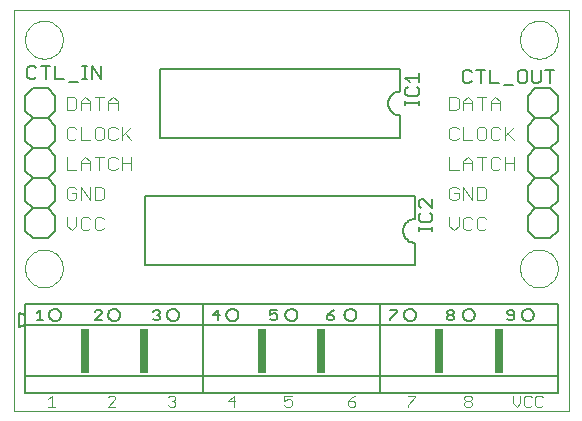
<source format=gto>
G75*
G70*
%OFA0B0*%
%FSLAX24Y24*%
%IPPOS*%
%LPD*%
%AMOC8*
5,1,8,0,0,1.08239X$1,22.5*
%
%ADD10C,0.0000*%
%ADD11C,0.0030*%
%ADD12C,0.0040*%
%ADD13C,0.0050*%
%ADD14C,0.0060*%
%ADD15R,0.0300X0.1500*%
D10*
X000190Y000181D02*
X000190Y013552D01*
X018685Y013552D01*
X018685Y000181D01*
X000190Y000181D01*
X000560Y004931D02*
X000562Y004981D01*
X000568Y005031D01*
X000578Y005080D01*
X000592Y005128D01*
X000609Y005175D01*
X000630Y005220D01*
X000655Y005264D01*
X000683Y005305D01*
X000715Y005344D01*
X000749Y005381D01*
X000786Y005415D01*
X000826Y005445D01*
X000868Y005472D01*
X000912Y005496D01*
X000958Y005517D01*
X001005Y005533D01*
X001053Y005546D01*
X001103Y005555D01*
X001152Y005560D01*
X001203Y005561D01*
X001253Y005558D01*
X001302Y005551D01*
X001351Y005540D01*
X001399Y005525D01*
X001445Y005507D01*
X001490Y005485D01*
X001533Y005459D01*
X001574Y005430D01*
X001613Y005398D01*
X001649Y005363D01*
X001681Y005325D01*
X001711Y005285D01*
X001738Y005242D01*
X001761Y005198D01*
X001780Y005152D01*
X001796Y005104D01*
X001808Y005055D01*
X001816Y005006D01*
X001820Y004956D01*
X001820Y004906D01*
X001816Y004856D01*
X001808Y004807D01*
X001796Y004758D01*
X001780Y004710D01*
X001761Y004664D01*
X001738Y004620D01*
X001711Y004577D01*
X001681Y004537D01*
X001649Y004499D01*
X001613Y004464D01*
X001574Y004432D01*
X001533Y004403D01*
X001490Y004377D01*
X001445Y004355D01*
X001399Y004337D01*
X001351Y004322D01*
X001302Y004311D01*
X001253Y004304D01*
X001203Y004301D01*
X001152Y004302D01*
X001103Y004307D01*
X001053Y004316D01*
X001005Y004329D01*
X000958Y004345D01*
X000912Y004366D01*
X000868Y004390D01*
X000826Y004417D01*
X000786Y004447D01*
X000749Y004481D01*
X000715Y004518D01*
X000683Y004557D01*
X000655Y004598D01*
X000630Y004642D01*
X000609Y004687D01*
X000592Y004734D01*
X000578Y004782D01*
X000568Y004831D01*
X000562Y004881D01*
X000560Y004931D01*
X000560Y012556D02*
X000562Y012606D01*
X000568Y012656D01*
X000578Y012705D01*
X000592Y012753D01*
X000609Y012800D01*
X000630Y012845D01*
X000655Y012889D01*
X000683Y012930D01*
X000715Y012969D01*
X000749Y013006D01*
X000786Y013040D01*
X000826Y013070D01*
X000868Y013097D01*
X000912Y013121D01*
X000958Y013142D01*
X001005Y013158D01*
X001053Y013171D01*
X001103Y013180D01*
X001152Y013185D01*
X001203Y013186D01*
X001253Y013183D01*
X001302Y013176D01*
X001351Y013165D01*
X001399Y013150D01*
X001445Y013132D01*
X001490Y013110D01*
X001533Y013084D01*
X001574Y013055D01*
X001613Y013023D01*
X001649Y012988D01*
X001681Y012950D01*
X001711Y012910D01*
X001738Y012867D01*
X001761Y012823D01*
X001780Y012777D01*
X001796Y012729D01*
X001808Y012680D01*
X001816Y012631D01*
X001820Y012581D01*
X001820Y012531D01*
X001816Y012481D01*
X001808Y012432D01*
X001796Y012383D01*
X001780Y012335D01*
X001761Y012289D01*
X001738Y012245D01*
X001711Y012202D01*
X001681Y012162D01*
X001649Y012124D01*
X001613Y012089D01*
X001574Y012057D01*
X001533Y012028D01*
X001490Y012002D01*
X001445Y011980D01*
X001399Y011962D01*
X001351Y011947D01*
X001302Y011936D01*
X001253Y011929D01*
X001203Y011926D01*
X001152Y011927D01*
X001103Y011932D01*
X001053Y011941D01*
X001005Y011954D01*
X000958Y011970D01*
X000912Y011991D01*
X000868Y012015D01*
X000826Y012042D01*
X000786Y012072D01*
X000749Y012106D01*
X000715Y012143D01*
X000683Y012182D01*
X000655Y012223D01*
X000630Y012267D01*
X000609Y012312D01*
X000592Y012359D01*
X000578Y012407D01*
X000568Y012456D01*
X000562Y012506D01*
X000560Y012556D01*
X017060Y012556D02*
X017062Y012606D01*
X017068Y012656D01*
X017078Y012705D01*
X017092Y012753D01*
X017109Y012800D01*
X017130Y012845D01*
X017155Y012889D01*
X017183Y012930D01*
X017215Y012969D01*
X017249Y013006D01*
X017286Y013040D01*
X017326Y013070D01*
X017368Y013097D01*
X017412Y013121D01*
X017458Y013142D01*
X017505Y013158D01*
X017553Y013171D01*
X017603Y013180D01*
X017652Y013185D01*
X017703Y013186D01*
X017753Y013183D01*
X017802Y013176D01*
X017851Y013165D01*
X017899Y013150D01*
X017945Y013132D01*
X017990Y013110D01*
X018033Y013084D01*
X018074Y013055D01*
X018113Y013023D01*
X018149Y012988D01*
X018181Y012950D01*
X018211Y012910D01*
X018238Y012867D01*
X018261Y012823D01*
X018280Y012777D01*
X018296Y012729D01*
X018308Y012680D01*
X018316Y012631D01*
X018320Y012581D01*
X018320Y012531D01*
X018316Y012481D01*
X018308Y012432D01*
X018296Y012383D01*
X018280Y012335D01*
X018261Y012289D01*
X018238Y012245D01*
X018211Y012202D01*
X018181Y012162D01*
X018149Y012124D01*
X018113Y012089D01*
X018074Y012057D01*
X018033Y012028D01*
X017990Y012002D01*
X017945Y011980D01*
X017899Y011962D01*
X017851Y011947D01*
X017802Y011936D01*
X017753Y011929D01*
X017703Y011926D01*
X017652Y011927D01*
X017603Y011932D01*
X017553Y011941D01*
X017505Y011954D01*
X017458Y011970D01*
X017412Y011991D01*
X017368Y012015D01*
X017326Y012042D01*
X017286Y012072D01*
X017249Y012106D01*
X017215Y012143D01*
X017183Y012182D01*
X017155Y012223D01*
X017130Y012267D01*
X017109Y012312D01*
X017092Y012359D01*
X017078Y012407D01*
X017068Y012456D01*
X017062Y012506D01*
X017060Y012556D01*
X017060Y004931D02*
X017062Y004981D01*
X017068Y005031D01*
X017078Y005080D01*
X017092Y005128D01*
X017109Y005175D01*
X017130Y005220D01*
X017155Y005264D01*
X017183Y005305D01*
X017215Y005344D01*
X017249Y005381D01*
X017286Y005415D01*
X017326Y005445D01*
X017368Y005472D01*
X017412Y005496D01*
X017458Y005517D01*
X017505Y005533D01*
X017553Y005546D01*
X017603Y005555D01*
X017652Y005560D01*
X017703Y005561D01*
X017753Y005558D01*
X017802Y005551D01*
X017851Y005540D01*
X017899Y005525D01*
X017945Y005507D01*
X017990Y005485D01*
X018033Y005459D01*
X018074Y005430D01*
X018113Y005398D01*
X018149Y005363D01*
X018181Y005325D01*
X018211Y005285D01*
X018238Y005242D01*
X018261Y005198D01*
X018280Y005152D01*
X018296Y005104D01*
X018308Y005055D01*
X018316Y005006D01*
X018320Y004956D01*
X018320Y004906D01*
X018316Y004856D01*
X018308Y004807D01*
X018296Y004758D01*
X018280Y004710D01*
X018261Y004664D01*
X018238Y004620D01*
X018211Y004577D01*
X018181Y004537D01*
X018149Y004499D01*
X018113Y004464D01*
X018074Y004432D01*
X018033Y004403D01*
X017990Y004377D01*
X017945Y004355D01*
X017899Y004337D01*
X017851Y004322D01*
X017802Y004311D01*
X017753Y004304D01*
X017703Y004301D01*
X017652Y004302D01*
X017603Y004307D01*
X017553Y004316D01*
X017505Y004329D01*
X017458Y004345D01*
X017412Y004366D01*
X017368Y004390D01*
X017326Y004417D01*
X017286Y004447D01*
X017249Y004481D01*
X017215Y004518D01*
X017183Y004557D01*
X017155Y004598D01*
X017130Y004642D01*
X017109Y004687D01*
X017092Y004734D01*
X017078Y004782D01*
X017068Y004831D01*
X017062Y004881D01*
X017060Y004931D01*
D11*
X017076Y000692D02*
X017076Y000445D01*
X016953Y000321D01*
X016830Y000445D01*
X016830Y000692D01*
X017198Y000630D02*
X017198Y000383D01*
X017260Y000321D01*
X017383Y000321D01*
X017445Y000383D01*
X017566Y000383D02*
X017628Y000321D01*
X017751Y000321D01*
X017813Y000383D01*
X017566Y000383D02*
X017566Y000630D01*
X017628Y000692D01*
X017751Y000692D01*
X017813Y000630D01*
X017445Y000630D02*
X017383Y000692D01*
X017260Y000692D01*
X017198Y000630D01*
X015451Y000630D02*
X015451Y000568D01*
X015390Y000507D01*
X015266Y000507D01*
X015205Y000568D01*
X015205Y000630D01*
X015266Y000692D01*
X015390Y000692D01*
X015451Y000630D01*
X015390Y000507D02*
X015451Y000445D01*
X015451Y000383D01*
X015390Y000321D01*
X015266Y000321D01*
X015205Y000383D01*
X015205Y000445D01*
X015266Y000507D01*
X013576Y000630D02*
X013330Y000383D01*
X013330Y000321D01*
X013576Y000630D02*
X013576Y000692D01*
X013330Y000692D01*
X011576Y000692D02*
X011453Y000630D01*
X011330Y000507D01*
X011515Y000507D01*
X011576Y000445D01*
X011576Y000383D01*
X011515Y000321D01*
X011391Y000321D01*
X011330Y000383D01*
X011330Y000507D01*
X009451Y000507D02*
X009451Y000383D01*
X009390Y000321D01*
X009266Y000321D01*
X009205Y000383D01*
X009205Y000507D02*
X009328Y000568D01*
X009390Y000568D01*
X009451Y000507D01*
X009451Y000692D02*
X009205Y000692D01*
X009205Y000507D01*
X007576Y000507D02*
X007330Y000507D01*
X007515Y000692D01*
X007515Y000321D01*
X005576Y000383D02*
X005515Y000321D01*
X005391Y000321D01*
X005330Y000383D01*
X005453Y000507D02*
X005515Y000507D01*
X005576Y000445D01*
X005576Y000383D01*
X005515Y000507D02*
X005576Y000568D01*
X005576Y000630D01*
X005515Y000692D01*
X005391Y000692D01*
X005330Y000630D01*
X003576Y000630D02*
X003515Y000692D01*
X003391Y000692D01*
X003330Y000630D01*
X003576Y000630D02*
X003576Y000568D01*
X003330Y000321D01*
X003576Y000321D01*
X001576Y000321D02*
X001330Y000321D01*
X001453Y000321D02*
X001453Y000692D01*
X001330Y000568D01*
D12*
X002113Y006201D02*
X002266Y006355D01*
X002266Y006662D01*
X002420Y006585D02*
X002420Y006278D01*
X002497Y006201D01*
X002650Y006201D01*
X002727Y006278D01*
X002880Y006278D02*
X002957Y006201D01*
X003110Y006201D01*
X003187Y006278D01*
X002880Y006278D02*
X002880Y006585D01*
X002957Y006662D01*
X003110Y006662D01*
X003187Y006585D01*
X002727Y006585D02*
X002650Y006662D01*
X002497Y006662D01*
X002420Y006585D01*
X001960Y006662D02*
X001960Y006355D01*
X002113Y006201D01*
X002036Y007201D02*
X002190Y007201D01*
X002266Y007278D01*
X002266Y007432D01*
X002113Y007432D01*
X001960Y007585D02*
X001960Y007278D01*
X002036Y007201D01*
X002420Y007201D02*
X002420Y007662D01*
X002727Y007201D01*
X002727Y007662D01*
X002880Y007662D02*
X003110Y007662D01*
X003187Y007585D01*
X003187Y007278D01*
X003110Y007201D01*
X002880Y007201D01*
X002880Y007662D01*
X002266Y007585D02*
X002190Y007662D01*
X002036Y007662D01*
X001960Y007585D01*
X001960Y008201D02*
X002266Y008201D01*
X002420Y008201D02*
X002420Y008508D01*
X002573Y008662D01*
X002727Y008508D01*
X002727Y008201D01*
X002727Y008432D02*
X002420Y008432D01*
X001960Y008662D02*
X001960Y008201D01*
X002880Y008662D02*
X003187Y008662D01*
X003034Y008662D02*
X003034Y008201D01*
X003341Y008278D02*
X003417Y008201D01*
X003571Y008201D01*
X003647Y008278D01*
X003801Y008201D02*
X003801Y008662D01*
X003647Y008585D02*
X003571Y008662D01*
X003417Y008662D01*
X003341Y008585D01*
X003341Y008278D01*
X003801Y008432D02*
X004108Y008432D01*
X004108Y008662D02*
X004108Y008201D01*
X004108Y009201D02*
X003878Y009432D01*
X003801Y009355D02*
X004108Y009662D01*
X003801Y009662D02*
X003801Y009201D01*
X003647Y009278D02*
X003571Y009201D01*
X003417Y009201D01*
X003341Y009278D01*
X003341Y009585D01*
X003417Y009662D01*
X003571Y009662D01*
X003647Y009585D01*
X003187Y009585D02*
X003187Y009278D01*
X003110Y009201D01*
X002957Y009201D01*
X002880Y009278D01*
X002880Y009585D01*
X002957Y009662D01*
X003110Y009662D01*
X003187Y009585D01*
X002727Y009201D02*
X002420Y009201D01*
X002420Y009662D01*
X002266Y009585D02*
X002190Y009662D01*
X002036Y009662D01*
X001960Y009585D01*
X001960Y009278D01*
X002036Y009201D01*
X002190Y009201D01*
X002266Y009278D01*
X002190Y010201D02*
X001960Y010201D01*
X001960Y010662D01*
X002190Y010662D01*
X002266Y010585D01*
X002266Y010278D01*
X002190Y010201D01*
X002420Y010201D02*
X002420Y010508D01*
X002573Y010662D01*
X002727Y010508D01*
X002727Y010201D01*
X002727Y010432D02*
X002420Y010432D01*
X002880Y010662D02*
X003187Y010662D01*
X003034Y010662D02*
X003034Y010201D01*
X003341Y010201D02*
X003341Y010508D01*
X003494Y010662D01*
X003647Y010508D01*
X003647Y010201D01*
X003647Y010432D02*
X003341Y010432D01*
X014710Y010662D02*
X014710Y010201D01*
X014940Y010201D01*
X015016Y010278D01*
X015016Y010585D01*
X014940Y010662D01*
X014710Y010662D01*
X015170Y010508D02*
X015170Y010201D01*
X015170Y010432D02*
X015477Y010432D01*
X015477Y010508D02*
X015477Y010201D01*
X015784Y010201D02*
X015784Y010662D01*
X015937Y010662D02*
X015630Y010662D01*
X015477Y010508D02*
X015323Y010662D01*
X015170Y010508D01*
X016091Y010508D02*
X016091Y010201D01*
X016091Y010432D02*
X016397Y010432D01*
X016397Y010508D02*
X016397Y010201D01*
X016397Y010508D02*
X016244Y010662D01*
X016091Y010508D01*
X016167Y009662D02*
X016091Y009585D01*
X016091Y009278D01*
X016167Y009201D01*
X016321Y009201D01*
X016397Y009278D01*
X016551Y009201D02*
X016551Y009662D01*
X016397Y009585D02*
X016321Y009662D01*
X016167Y009662D01*
X015937Y009585D02*
X015860Y009662D01*
X015707Y009662D01*
X015630Y009585D01*
X015630Y009278D01*
X015707Y009201D01*
X015860Y009201D01*
X015937Y009278D01*
X015937Y009585D01*
X015477Y009201D02*
X015170Y009201D01*
X015170Y009662D01*
X015016Y009585D02*
X014940Y009662D01*
X014786Y009662D01*
X014710Y009585D01*
X014710Y009278D01*
X014786Y009201D01*
X014940Y009201D01*
X015016Y009278D01*
X014710Y008662D02*
X014710Y008201D01*
X015016Y008201D01*
X015170Y008201D02*
X015170Y008508D01*
X015323Y008662D01*
X015477Y008508D01*
X015477Y008201D01*
X015784Y008201D02*
X015784Y008662D01*
X015937Y008662D02*
X015630Y008662D01*
X015477Y008432D02*
X015170Y008432D01*
X016091Y008585D02*
X016091Y008278D01*
X016167Y008201D01*
X016321Y008201D01*
X016397Y008278D01*
X016551Y008201D02*
X016551Y008662D01*
X016397Y008585D02*
X016321Y008662D01*
X016167Y008662D01*
X016091Y008585D01*
X016551Y008432D02*
X016858Y008432D01*
X016858Y008662D02*
X016858Y008201D01*
X015937Y007585D02*
X015860Y007662D01*
X015630Y007662D01*
X015630Y007201D01*
X015860Y007201D01*
X015937Y007278D01*
X015937Y007585D01*
X015477Y007662D02*
X015477Y007201D01*
X015170Y007662D01*
X015170Y007201D01*
X015016Y007278D02*
X015016Y007432D01*
X014863Y007432D01*
X014710Y007585D02*
X014710Y007278D01*
X014786Y007201D01*
X014940Y007201D01*
X015016Y007278D01*
X015016Y007585D02*
X014940Y007662D01*
X014786Y007662D01*
X014710Y007585D01*
X014710Y006662D02*
X014710Y006355D01*
X014863Y006201D01*
X015016Y006355D01*
X015016Y006662D01*
X015170Y006585D02*
X015170Y006278D01*
X015247Y006201D01*
X015400Y006201D01*
X015477Y006278D01*
X015630Y006278D02*
X015707Y006201D01*
X015860Y006201D01*
X015937Y006278D01*
X015630Y006278D02*
X015630Y006585D01*
X015707Y006662D01*
X015860Y006662D01*
X015937Y006585D01*
X015477Y006585D02*
X015400Y006662D01*
X015247Y006662D01*
X015170Y006585D01*
X016858Y009201D02*
X016628Y009432D01*
X016551Y009355D02*
X016858Y009662D01*
D13*
X016828Y011036D02*
X016528Y011036D01*
X016368Y011111D02*
X016068Y011111D01*
X016068Y011562D01*
X015907Y011562D02*
X015607Y011562D01*
X015757Y011562D02*
X015757Y011111D01*
X015447Y011186D02*
X015372Y011111D01*
X015222Y011111D01*
X015147Y011186D01*
X015147Y011487D01*
X015222Y011562D01*
X015372Y011562D01*
X015447Y011487D01*
X016988Y011487D02*
X016988Y011186D01*
X017063Y011111D01*
X017213Y011111D01*
X017288Y011186D01*
X017288Y011487D01*
X017213Y011562D01*
X017063Y011562D01*
X016988Y011487D01*
X017449Y011562D02*
X017449Y011186D01*
X017524Y011111D01*
X017674Y011111D01*
X017749Y011186D01*
X017749Y011562D01*
X017909Y011562D02*
X018209Y011562D01*
X018059Y011562D02*
X018059Y011111D01*
X013690Y011146D02*
X013690Y011446D01*
X013690Y011296D02*
X013239Y011296D01*
X013389Y011146D01*
X013314Y010986D02*
X013239Y010911D01*
X013239Y010761D01*
X013314Y010686D01*
X013614Y010686D01*
X013690Y010761D01*
X013690Y010911D01*
X013614Y010986D01*
X013690Y010529D02*
X013690Y010379D01*
X013690Y010454D02*
X013239Y010454D01*
X013239Y010379D02*
X013239Y010529D01*
X013764Y007246D02*
X013689Y007171D01*
X013689Y007021D01*
X013764Y006946D01*
X013764Y006786D02*
X013689Y006711D01*
X013689Y006561D01*
X013764Y006486D01*
X014064Y006486D01*
X014140Y006561D01*
X014140Y006711D01*
X014064Y006786D01*
X014140Y006946D02*
X013839Y007246D01*
X013764Y007246D01*
X014140Y007246D02*
X014140Y006946D01*
X014140Y006329D02*
X014140Y006179D01*
X014140Y006254D02*
X013689Y006254D01*
X013689Y006179D02*
X013689Y006329D01*
X012961Y003547D02*
X012735Y003547D01*
X012961Y003547D02*
X012961Y003490D01*
X012735Y003263D01*
X012735Y003206D01*
X010861Y003263D02*
X010861Y003320D01*
X010805Y003377D01*
X010635Y003377D01*
X010635Y003263D01*
X010691Y003206D01*
X010805Y003206D01*
X010861Y003263D01*
X010748Y003490D02*
X010635Y003377D01*
X010748Y003490D02*
X010861Y003547D01*
X008961Y003547D02*
X008735Y003547D01*
X008735Y003377D01*
X008848Y003433D01*
X008905Y003433D01*
X008961Y003377D01*
X008961Y003263D01*
X008905Y003206D01*
X008791Y003206D01*
X008735Y003263D01*
X007061Y003377D02*
X006835Y003377D01*
X007005Y003547D01*
X007005Y003206D01*
X005061Y003263D02*
X005005Y003206D01*
X004891Y003206D01*
X004835Y003263D01*
X004948Y003377D02*
X005005Y003377D01*
X005061Y003320D01*
X005061Y003263D01*
X005005Y003377D02*
X005061Y003433D01*
X005061Y003490D01*
X005005Y003547D01*
X004891Y003547D01*
X004835Y003490D01*
X003111Y003433D02*
X003111Y003490D01*
X003055Y003547D01*
X002941Y003547D01*
X002885Y003490D01*
X003111Y003433D02*
X002885Y003206D01*
X003111Y003206D01*
X001171Y003206D02*
X000945Y003206D01*
X001058Y003206D02*
X001058Y003547D01*
X000945Y003433D01*
X002017Y011161D02*
X002317Y011161D01*
X002477Y011236D02*
X002627Y011236D01*
X002552Y011236D02*
X002552Y011687D01*
X002477Y011687D02*
X002627Y011687D01*
X002784Y011687D02*
X003084Y011236D01*
X003084Y011687D01*
X002784Y011687D02*
X002784Y011236D01*
X001857Y011236D02*
X001556Y011236D01*
X001556Y011687D01*
X001396Y011687D02*
X001096Y011687D01*
X001246Y011687D02*
X001246Y011236D01*
X000936Y011311D02*
X000861Y011236D01*
X000711Y011236D01*
X000636Y011311D01*
X000636Y011612D01*
X000711Y011687D01*
X000861Y011687D01*
X000936Y011612D01*
X014635Y003490D02*
X014635Y003433D01*
X014691Y003377D01*
X014805Y003377D01*
X014861Y003320D01*
X014861Y003263D01*
X014805Y003206D01*
X014691Y003206D01*
X014635Y003263D01*
X014635Y003320D01*
X014691Y003377D01*
X014805Y003377D02*
X014861Y003433D01*
X014861Y003490D01*
X014805Y003547D01*
X014691Y003547D01*
X014635Y003490D01*
X016625Y003490D02*
X016625Y003433D01*
X016681Y003377D01*
X016851Y003377D01*
X016851Y003490D02*
X016795Y003547D01*
X016681Y003547D01*
X016625Y003490D01*
X016851Y003490D02*
X016851Y003263D01*
X016795Y003206D01*
X016681Y003206D01*
X016625Y003263D01*
D14*
X017120Y003381D02*
X017122Y003409D01*
X017128Y003436D01*
X017137Y003462D01*
X017150Y003487D01*
X017167Y003510D01*
X017186Y003530D01*
X017208Y003547D01*
X017232Y003561D01*
X017258Y003571D01*
X017285Y003578D01*
X017313Y003581D01*
X017341Y003580D01*
X017368Y003575D01*
X017395Y003566D01*
X017420Y003554D01*
X017443Y003539D01*
X017464Y003520D01*
X017482Y003499D01*
X017497Y003475D01*
X017508Y003449D01*
X017516Y003423D01*
X017520Y003395D01*
X017520Y003367D01*
X017516Y003339D01*
X017508Y003313D01*
X017497Y003287D01*
X017482Y003263D01*
X017464Y003242D01*
X017443Y003223D01*
X017420Y003208D01*
X017395Y003196D01*
X017368Y003187D01*
X017341Y003182D01*
X017313Y003181D01*
X017285Y003184D01*
X017258Y003191D01*
X017232Y003201D01*
X017208Y003215D01*
X017186Y003232D01*
X017167Y003252D01*
X017150Y003275D01*
X017137Y003300D01*
X017128Y003326D01*
X017122Y003353D01*
X017120Y003381D01*
X018320Y003031D02*
X012410Y003031D01*
X012410Y001331D01*
X018320Y001331D01*
X018320Y000781D01*
X012410Y000781D01*
X006490Y000781D01*
X006490Y001331D01*
X012410Y001331D01*
X012410Y000781D01*
X012410Y003031D02*
X012410Y003731D01*
X006490Y003731D01*
X000560Y003731D01*
X000560Y003381D01*
X000560Y003031D01*
X000560Y001331D01*
X006490Y001331D01*
X006490Y003031D01*
X012410Y003031D01*
X012410Y003731D02*
X018320Y003731D01*
X018320Y003031D01*
X018320Y001331D01*
X015150Y003381D02*
X015152Y003409D01*
X015158Y003436D01*
X015167Y003462D01*
X015180Y003487D01*
X015197Y003510D01*
X015216Y003530D01*
X015238Y003547D01*
X015262Y003561D01*
X015288Y003571D01*
X015315Y003578D01*
X015343Y003581D01*
X015371Y003580D01*
X015398Y003575D01*
X015425Y003566D01*
X015450Y003554D01*
X015473Y003539D01*
X015494Y003520D01*
X015512Y003499D01*
X015527Y003475D01*
X015538Y003449D01*
X015546Y003423D01*
X015550Y003395D01*
X015550Y003367D01*
X015546Y003339D01*
X015538Y003313D01*
X015527Y003287D01*
X015512Y003263D01*
X015494Y003242D01*
X015473Y003223D01*
X015450Y003208D01*
X015425Y003196D01*
X015398Y003187D01*
X015371Y003182D01*
X015343Y003181D01*
X015315Y003184D01*
X015288Y003191D01*
X015262Y003201D01*
X015238Y003215D01*
X015216Y003232D01*
X015197Y003252D01*
X015180Y003275D01*
X015167Y003300D01*
X015158Y003326D01*
X015152Y003353D01*
X015150Y003381D01*
X013190Y003381D02*
X013192Y003409D01*
X013198Y003436D01*
X013207Y003462D01*
X013220Y003487D01*
X013237Y003510D01*
X013256Y003530D01*
X013278Y003547D01*
X013302Y003561D01*
X013328Y003571D01*
X013355Y003578D01*
X013383Y003581D01*
X013411Y003580D01*
X013438Y003575D01*
X013465Y003566D01*
X013490Y003554D01*
X013513Y003539D01*
X013534Y003520D01*
X013552Y003499D01*
X013567Y003475D01*
X013578Y003449D01*
X013586Y003423D01*
X013590Y003395D01*
X013590Y003367D01*
X013586Y003339D01*
X013578Y003313D01*
X013567Y003287D01*
X013552Y003263D01*
X013534Y003242D01*
X013513Y003223D01*
X013490Y003208D01*
X013465Y003196D01*
X013438Y003187D01*
X013411Y003182D01*
X013383Y003181D01*
X013355Y003184D01*
X013328Y003191D01*
X013302Y003201D01*
X013278Y003215D01*
X013256Y003232D01*
X013237Y003252D01*
X013220Y003275D01*
X013207Y003300D01*
X013198Y003326D01*
X013192Y003353D01*
X013190Y003381D01*
X011210Y003381D02*
X011212Y003409D01*
X011218Y003436D01*
X011227Y003462D01*
X011240Y003487D01*
X011257Y003510D01*
X011276Y003530D01*
X011298Y003547D01*
X011322Y003561D01*
X011348Y003571D01*
X011375Y003578D01*
X011403Y003581D01*
X011431Y003580D01*
X011458Y003575D01*
X011485Y003566D01*
X011510Y003554D01*
X011533Y003539D01*
X011554Y003520D01*
X011572Y003499D01*
X011587Y003475D01*
X011598Y003449D01*
X011606Y003423D01*
X011610Y003395D01*
X011610Y003367D01*
X011606Y003339D01*
X011598Y003313D01*
X011587Y003287D01*
X011572Y003263D01*
X011554Y003242D01*
X011533Y003223D01*
X011510Y003208D01*
X011485Y003196D01*
X011458Y003187D01*
X011431Y003182D01*
X011403Y003181D01*
X011375Y003184D01*
X011348Y003191D01*
X011322Y003201D01*
X011298Y003215D01*
X011276Y003232D01*
X011257Y003252D01*
X011240Y003275D01*
X011227Y003300D01*
X011218Y003326D01*
X011212Y003353D01*
X011210Y003381D01*
X009240Y003381D02*
X009242Y003409D01*
X009248Y003436D01*
X009257Y003462D01*
X009270Y003487D01*
X009287Y003510D01*
X009306Y003530D01*
X009328Y003547D01*
X009352Y003561D01*
X009378Y003571D01*
X009405Y003578D01*
X009433Y003581D01*
X009461Y003580D01*
X009488Y003575D01*
X009515Y003566D01*
X009540Y003554D01*
X009563Y003539D01*
X009584Y003520D01*
X009602Y003499D01*
X009617Y003475D01*
X009628Y003449D01*
X009636Y003423D01*
X009640Y003395D01*
X009640Y003367D01*
X009636Y003339D01*
X009628Y003313D01*
X009617Y003287D01*
X009602Y003263D01*
X009584Y003242D01*
X009563Y003223D01*
X009540Y003208D01*
X009515Y003196D01*
X009488Y003187D01*
X009461Y003182D01*
X009433Y003181D01*
X009405Y003184D01*
X009378Y003191D01*
X009352Y003201D01*
X009328Y003215D01*
X009306Y003232D01*
X009287Y003252D01*
X009270Y003275D01*
X009257Y003300D01*
X009248Y003326D01*
X009242Y003353D01*
X009240Y003381D01*
X007270Y003381D02*
X007272Y003409D01*
X007278Y003436D01*
X007287Y003462D01*
X007300Y003487D01*
X007317Y003510D01*
X007336Y003530D01*
X007358Y003547D01*
X007382Y003561D01*
X007408Y003571D01*
X007435Y003578D01*
X007463Y003581D01*
X007491Y003580D01*
X007518Y003575D01*
X007545Y003566D01*
X007570Y003554D01*
X007593Y003539D01*
X007614Y003520D01*
X007632Y003499D01*
X007647Y003475D01*
X007658Y003449D01*
X007666Y003423D01*
X007670Y003395D01*
X007670Y003367D01*
X007666Y003339D01*
X007658Y003313D01*
X007647Y003287D01*
X007632Y003263D01*
X007614Y003242D01*
X007593Y003223D01*
X007570Y003208D01*
X007545Y003196D01*
X007518Y003187D01*
X007491Y003182D01*
X007463Y003181D01*
X007435Y003184D01*
X007408Y003191D01*
X007382Y003201D01*
X007358Y003215D01*
X007336Y003232D01*
X007317Y003252D01*
X007300Y003275D01*
X007287Y003300D01*
X007278Y003326D01*
X007272Y003353D01*
X007270Y003381D01*
X006490Y003031D02*
X006490Y003731D01*
X006490Y003031D02*
X000560Y003031D01*
X000360Y002981D01*
X000360Y003431D01*
X000560Y003381D01*
X001360Y003381D02*
X001362Y003409D01*
X001368Y003436D01*
X001377Y003462D01*
X001390Y003487D01*
X001407Y003510D01*
X001426Y003530D01*
X001448Y003547D01*
X001472Y003561D01*
X001498Y003571D01*
X001525Y003578D01*
X001553Y003581D01*
X001581Y003580D01*
X001608Y003575D01*
X001635Y003566D01*
X001660Y003554D01*
X001683Y003539D01*
X001704Y003520D01*
X001722Y003499D01*
X001737Y003475D01*
X001748Y003449D01*
X001756Y003423D01*
X001760Y003395D01*
X001760Y003367D01*
X001756Y003339D01*
X001748Y003313D01*
X001737Y003287D01*
X001722Y003263D01*
X001704Y003242D01*
X001683Y003223D01*
X001660Y003208D01*
X001635Y003196D01*
X001608Y003187D01*
X001581Y003182D01*
X001553Y003181D01*
X001525Y003184D01*
X001498Y003191D01*
X001472Y003201D01*
X001448Y003215D01*
X001426Y003232D01*
X001407Y003252D01*
X001390Y003275D01*
X001377Y003300D01*
X001368Y003326D01*
X001362Y003353D01*
X001360Y003381D01*
X003330Y003381D02*
X003332Y003409D01*
X003338Y003436D01*
X003347Y003462D01*
X003360Y003487D01*
X003377Y003510D01*
X003396Y003530D01*
X003418Y003547D01*
X003442Y003561D01*
X003468Y003571D01*
X003495Y003578D01*
X003523Y003581D01*
X003551Y003580D01*
X003578Y003575D01*
X003605Y003566D01*
X003630Y003554D01*
X003653Y003539D01*
X003674Y003520D01*
X003692Y003499D01*
X003707Y003475D01*
X003718Y003449D01*
X003726Y003423D01*
X003730Y003395D01*
X003730Y003367D01*
X003726Y003339D01*
X003718Y003313D01*
X003707Y003287D01*
X003692Y003263D01*
X003674Y003242D01*
X003653Y003223D01*
X003630Y003208D01*
X003605Y003196D01*
X003578Y003187D01*
X003551Y003182D01*
X003523Y003181D01*
X003495Y003184D01*
X003468Y003191D01*
X003442Y003201D01*
X003418Y003215D01*
X003396Y003232D01*
X003377Y003252D01*
X003360Y003275D01*
X003347Y003300D01*
X003338Y003326D01*
X003332Y003353D01*
X003330Y003381D01*
X004565Y005031D02*
X004565Y007331D01*
X013565Y007331D01*
X013565Y006581D01*
X013526Y006579D01*
X013487Y006573D01*
X013449Y006564D01*
X013412Y006551D01*
X013376Y006534D01*
X013343Y006514D01*
X013311Y006490D01*
X013282Y006464D01*
X013256Y006435D01*
X013232Y006403D01*
X013212Y006370D01*
X013195Y006334D01*
X013182Y006297D01*
X013173Y006259D01*
X013167Y006220D01*
X013165Y006181D01*
X013167Y006142D01*
X013173Y006103D01*
X013182Y006065D01*
X013195Y006028D01*
X013212Y005992D01*
X013232Y005959D01*
X013256Y005927D01*
X013282Y005898D01*
X013311Y005872D01*
X013343Y005848D01*
X013376Y005828D01*
X013412Y005811D01*
X013449Y005798D01*
X013487Y005789D01*
X013526Y005783D01*
X013565Y005781D01*
X013565Y005031D01*
X004565Y005031D01*
X005290Y003381D02*
X005292Y003409D01*
X005298Y003436D01*
X005307Y003462D01*
X005320Y003487D01*
X005337Y003510D01*
X005356Y003530D01*
X005378Y003547D01*
X005402Y003561D01*
X005428Y003571D01*
X005455Y003578D01*
X005483Y003581D01*
X005511Y003580D01*
X005538Y003575D01*
X005565Y003566D01*
X005590Y003554D01*
X005613Y003539D01*
X005634Y003520D01*
X005652Y003499D01*
X005667Y003475D01*
X005678Y003449D01*
X005686Y003423D01*
X005690Y003395D01*
X005690Y003367D01*
X005686Y003339D01*
X005678Y003313D01*
X005667Y003287D01*
X005652Y003263D01*
X005634Y003242D01*
X005613Y003223D01*
X005590Y003208D01*
X005565Y003196D01*
X005538Y003187D01*
X005511Y003182D01*
X005483Y003181D01*
X005455Y003184D01*
X005428Y003191D01*
X005402Y003201D01*
X005378Y003215D01*
X005356Y003232D01*
X005337Y003252D01*
X005320Y003275D01*
X005307Y003300D01*
X005298Y003326D01*
X005292Y003353D01*
X005290Y003381D01*
X006490Y000781D02*
X000560Y000781D01*
X000560Y001331D01*
X000815Y005931D02*
X000565Y006181D01*
X000565Y006681D01*
X000815Y006931D01*
X000565Y007181D01*
X000565Y007681D01*
X000815Y007931D01*
X001315Y007931D01*
X001565Y007681D01*
X001565Y007181D01*
X001315Y006931D01*
X001565Y006681D01*
X001565Y006181D01*
X001315Y005931D01*
X000815Y005931D01*
X000815Y006931D02*
X001315Y006931D01*
X001315Y007931D02*
X001565Y008181D01*
X001565Y008681D01*
X001315Y008931D01*
X001565Y009181D01*
X001565Y009681D01*
X001315Y009931D01*
X001565Y010181D01*
X001565Y010681D01*
X001315Y010931D01*
X000815Y010931D01*
X000565Y010681D01*
X000565Y010181D01*
X000815Y009931D01*
X001315Y009931D01*
X000815Y009931D02*
X000565Y009681D01*
X000565Y009181D01*
X000815Y008931D01*
X001315Y008931D01*
X000815Y008931D02*
X000565Y008681D01*
X000565Y008181D01*
X000815Y007931D01*
X005065Y009281D02*
X005065Y011581D01*
X013065Y011581D01*
X013065Y010831D01*
X013026Y010829D01*
X012987Y010823D01*
X012949Y010814D01*
X012912Y010801D01*
X012876Y010784D01*
X012843Y010764D01*
X012811Y010740D01*
X012782Y010714D01*
X012756Y010685D01*
X012732Y010653D01*
X012712Y010620D01*
X012695Y010584D01*
X012682Y010547D01*
X012673Y010509D01*
X012667Y010470D01*
X012665Y010431D01*
X012667Y010392D01*
X012673Y010353D01*
X012682Y010315D01*
X012695Y010278D01*
X012712Y010242D01*
X012732Y010209D01*
X012756Y010177D01*
X012782Y010148D01*
X012811Y010122D01*
X012843Y010098D01*
X012876Y010078D01*
X012912Y010061D01*
X012949Y010048D01*
X012987Y010039D01*
X013026Y010033D01*
X013065Y010031D01*
X013065Y009281D01*
X005065Y009281D01*
X017315Y009181D02*
X017565Y008931D01*
X018065Y008931D01*
X018315Y009181D01*
X018315Y009681D01*
X018065Y009931D01*
X018315Y010181D01*
X018315Y010681D01*
X018065Y010931D01*
X017565Y010931D01*
X017315Y010681D01*
X017315Y010181D01*
X017565Y009931D01*
X018065Y009931D01*
X017565Y009931D02*
X017315Y009681D01*
X017315Y009181D01*
X017565Y008931D02*
X017315Y008681D01*
X017315Y008181D01*
X017565Y007931D01*
X018065Y007931D01*
X018315Y007681D01*
X018315Y007181D01*
X018065Y006931D01*
X018315Y006681D01*
X018315Y006181D01*
X018065Y005931D01*
X017565Y005931D01*
X017315Y006181D01*
X017315Y006681D01*
X017565Y006931D01*
X017315Y007181D01*
X017315Y007681D01*
X017565Y007931D01*
X018065Y007931D02*
X018315Y008181D01*
X018315Y008681D01*
X018065Y008931D01*
X018065Y006931D02*
X017565Y006931D01*
D15*
X016350Y002181D03*
X014370Y002181D03*
X010430Y002181D03*
X008470Y002181D03*
X004520Y002181D03*
X002550Y002181D03*
M02*

</source>
